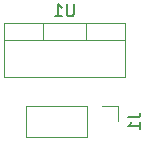
<source format=gbr>
%TF.GenerationSoftware,KiCad,Pcbnew,7.0.7*%
%TF.CreationDate,2023-12-16T19:35:10-08:00*%
%TF.ProjectId,laser_crosshair_pwm_gen_board,6c617365-725f-4637-926f-737368616972,rev?*%
%TF.SameCoordinates,PX791ddc0PY6d01460*%
%TF.FileFunction,Legend,Bot*%
%TF.FilePolarity,Positive*%
%FSLAX46Y46*%
G04 Gerber Fmt 4.6, Leading zero omitted, Abs format (unit mm)*
G04 Created by KiCad (PCBNEW 7.0.7) date 2023-12-16 19:35:10*
%MOMM*%
%LPD*%
G01*
G04 APERTURE LIST*
%ADD10C,0.150000*%
%ADD11C,0.120000*%
G04 APERTURE END LIST*
D10*
X6476904Y1005181D02*
X6476904Y195658D01*
X6476904Y195658D02*
X6429285Y100420D01*
X6429285Y100420D02*
X6381666Y52800D01*
X6381666Y52800D02*
X6286428Y5181D01*
X6286428Y5181D02*
X6095952Y5181D01*
X6095952Y5181D02*
X6000714Y52800D01*
X6000714Y52800D02*
X5953095Y100420D01*
X5953095Y100420D02*
X5905476Y195658D01*
X5905476Y195658D02*
X5905476Y1005181D01*
X4905476Y5181D02*
X5476904Y5181D01*
X5191190Y5181D02*
X5191190Y1005181D01*
X5191190Y1005181D02*
X5286428Y862324D01*
X5286428Y862324D02*
X5381666Y767086D01*
X5381666Y767086D02*
X5476904Y719467D01*
X11114819Y-8556666D02*
X11829104Y-8556666D01*
X11829104Y-8556666D02*
X11971961Y-8509047D01*
X11971961Y-8509047D02*
X12067200Y-8413809D01*
X12067200Y-8413809D02*
X12114819Y-8270952D01*
X12114819Y-8270952D02*
X12114819Y-8175714D01*
X12114819Y-9556666D02*
X12114819Y-8985238D01*
X12114819Y-9270952D02*
X11114819Y-9270952D01*
X11114819Y-9270952D02*
X11257676Y-9175714D01*
X11257676Y-9175714D02*
X11352914Y-9080476D01*
X11352914Y-9080476D02*
X11400533Y-8985238D01*
D11*
%TO.C,U1*%
X10835000Y-5181000D02*
X595000Y-5181000D01*
X10835000Y-2050000D02*
X595000Y-2050000D01*
X10835000Y-540000D02*
X10835000Y-5181000D01*
X10835000Y-540000D02*
X595000Y-540000D01*
X7565000Y-540000D02*
X7565000Y-2050000D01*
X3864000Y-540000D02*
X3864000Y-2050000D01*
X595000Y-540000D02*
X595000Y-5181000D01*
%TO.C,J1*%
X2480000Y-10220000D02*
X2480000Y-7560000D01*
X7620000Y-10220000D02*
X2480000Y-10220000D01*
X7620000Y-10220000D02*
X7620000Y-7560000D01*
X10220000Y-8890000D02*
X10220000Y-7560000D01*
X7620000Y-7560000D02*
X2480000Y-7560000D01*
X10220000Y-7560000D02*
X8890000Y-7560000D01*
%TD*%
M02*

</source>
